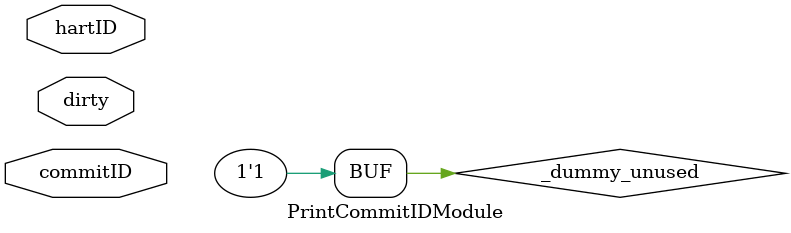
<source format=v>

module PrintCommitIDModule(
  input [5:0] hartID,
  input [39:0] commitID,
  input dirty
);
  wire _dummy_unused = 1'b1;
`ifndef SYNTHESIS
  initial begin
    $fwrite(32'h80000001, "Core %d's Commit SHA is: %h, dirty: %d\n", hartID, commitID, dirty);
  end
`endif

endmodule

</source>
